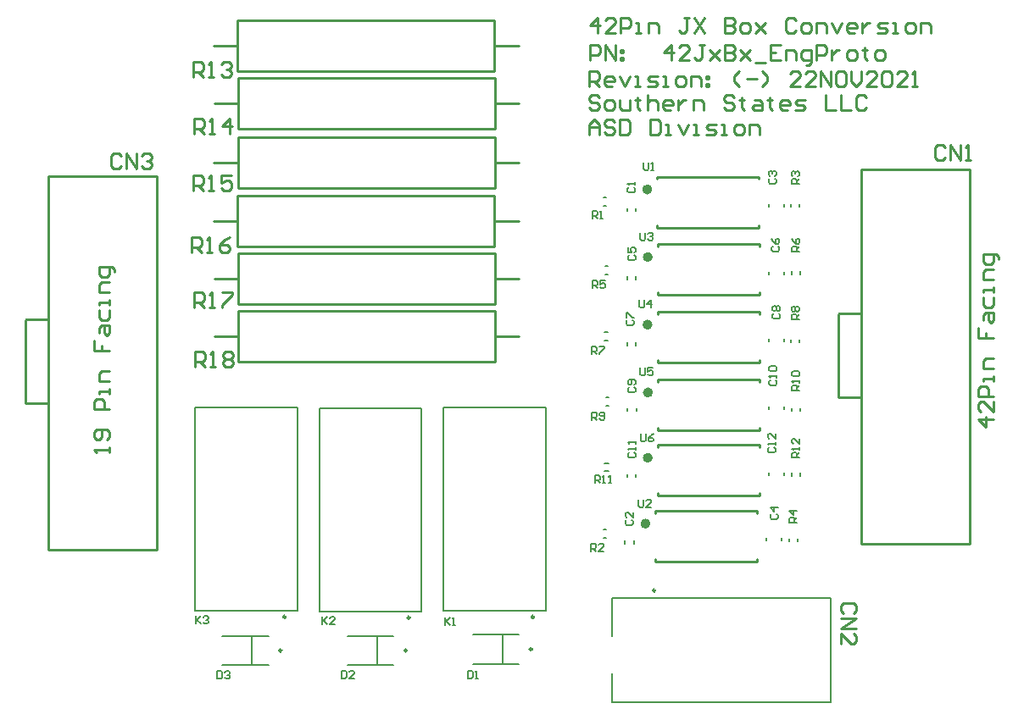
<source format=gto>
G04*
G04 #@! TF.GenerationSoftware,Altium Limited,Altium Designer,21.8.1 (53)*
G04*
G04 Layer_Color=65535*
%FSLAX25Y25*%
%MOIN*%
G70*
G04*
G04 #@! TF.SameCoordinates,729F89BC-3EE5-4BC6-91F8-0038CAF30645*
G04*
G04*
G04 #@! TF.FilePolarity,Positive*
G04*
G01*
G75*
%ADD10C,0.01968*%
%ADD11C,0.00984*%
%ADD12C,0.01000*%
%ADD13C,0.00787*%
%ADD14C,0.00500*%
D10*
X249184Y101000D02*
G03*
X249184Y101000I-984J0D01*
G01*
X249284Y126700D02*
G03*
X249284Y126700I-984J0D01*
G01*
X248284Y75100D02*
G03*
X248284Y75100I-984J0D01*
G01*
X249084Y153400D02*
G03*
X249084Y153400I-984J0D01*
G01*
X249184Y180000D02*
G03*
X249184Y180000I-984J0D01*
G01*
X248984Y206600D02*
G03*
X248984Y206600I-984J0D01*
G01*
D11*
X251236Y48757D02*
G03*
X251236Y48757I-492J0D01*
G01*
X202772Y25700D02*
G03*
X202772Y25700I-492J0D01*
G01*
X203492Y38377D02*
G03*
X203492Y38377I-492J0D01*
G01*
X153522Y25200D02*
G03*
X153522Y25200I-492J0D01*
G01*
X154680Y38125D02*
G03*
X154680Y38125I-492J0D01*
G01*
X104272Y25200D02*
G03*
X104272Y25200I-492J0D01*
G01*
X105867Y38377D02*
G03*
X105867Y38377I-492J0D01*
G01*
D12*
X3900Y155460D02*
X12600D01*
X3600Y155160D02*
X3900Y155460D01*
X3600Y122460D02*
Y155160D01*
Y122460D02*
X12600D01*
X55100Y64780D02*
Y211960D01*
X12600D02*
X55100D01*
X12600Y64780D02*
Y211960D01*
Y64780D02*
X55100D01*
X323600Y157840D02*
X332300D01*
X323300Y157540D02*
X323600Y157840D01*
X323300Y124840D02*
Y157540D01*
Y124840D02*
X332300D01*
X374800Y67160D02*
Y214340D01*
X332300D02*
X374800D01*
X332300Y67160D02*
Y214340D01*
Y67160D02*
X374800D01*
X188100Y138800D02*
Y148800D01*
X87200Y138800D02*
X188100D01*
X87200D02*
Y158800D01*
X188100D01*
Y148800D02*
Y158800D01*
X77700Y148800D02*
X87200D01*
X188100D02*
X197600D01*
X188100Y161400D02*
Y171400D01*
X87200Y161400D02*
X188100D01*
X87200D02*
Y181400D01*
X188100D01*
Y171400D02*
Y181400D01*
X77700Y171400D02*
X87200D01*
X188100D02*
X197600D01*
X187900Y184000D02*
Y194000D01*
X87000Y184000D02*
X187900D01*
X87000D02*
Y204000D01*
X187900D01*
Y194000D02*
Y204000D01*
X77500Y194000D02*
X87000D01*
X187900D02*
X197400D01*
X188100Y230500D02*
Y240500D01*
X87200Y230500D02*
X188100D01*
X87200D02*
Y250500D01*
X188100D01*
Y240500D02*
Y250500D01*
X77700Y240500D02*
X87200D01*
X188100D02*
X197600D01*
X187900Y253200D02*
Y263200D01*
X87000Y253200D02*
X187900D01*
X87000D02*
Y273200D01*
X187900D01*
Y263200D02*
Y273200D01*
X77500Y263200D02*
X87000D01*
X187900D02*
X197400D01*
X188040Y207300D02*
Y217300D01*
X87140Y207300D02*
X188040D01*
X87140D02*
Y227300D01*
X188040D01*
Y217300D02*
Y227300D01*
X77640Y217300D02*
X87140D01*
X188040D02*
X197540D01*
X252140Y105105D02*
Y105940D01*
X252200Y106000D01*
X292139D01*
Y105105D02*
Y106000D01*
Y86061D02*
Y87005D01*
Y86061D02*
X292200Y86000D01*
X252200D02*
X292200D01*
X252140Y86060D02*
X252200Y86000D01*
X252140Y86060D02*
Y87005D01*
X252240Y130805D02*
Y131640D01*
X252300Y131700D01*
X292239D01*
Y130805D02*
Y131700D01*
Y111761D02*
Y112705D01*
Y111761D02*
X292300Y111700D01*
X252300D02*
X292300D01*
X252240Y111760D02*
X252300Y111700D01*
X252240Y111760D02*
Y112705D01*
X251240Y79205D02*
Y80040D01*
X251300Y80100D01*
X291239D01*
Y79205D02*
Y80100D01*
Y60161D02*
Y61105D01*
Y60161D02*
X291300Y60100D01*
X251300D02*
X291300D01*
X251240Y60160D02*
X251300Y60100D01*
X251240Y60160D02*
Y61105D01*
X252040Y157505D02*
Y158340D01*
X252100Y158400D01*
X292039D01*
Y157505D02*
Y158400D01*
Y138461D02*
Y139405D01*
Y138461D02*
X292100Y138400D01*
X252100D02*
X292100D01*
X252040Y138460D02*
X252100Y138400D01*
X252040Y138460D02*
Y139405D01*
X252140Y184105D02*
Y184940D01*
X252200Y185000D01*
X292139D01*
Y184105D02*
Y185000D01*
Y165061D02*
Y166005D01*
Y165061D02*
X292200Y165000D01*
X252200D02*
X292200D01*
X252140Y165060D02*
X252200Y165000D01*
X252140Y165060D02*
Y166005D01*
X251940Y210705D02*
Y211540D01*
X252000Y211600D01*
X291939D01*
Y210705D02*
Y211600D01*
Y191661D02*
Y192605D01*
Y191661D02*
X292000Y191600D01*
X252000D02*
X292000D01*
X251940Y191660D02*
X252000Y191600D01*
X251940Y191660D02*
Y192605D01*
X229099Y242696D02*
X228099Y243696D01*
X226100D01*
X225100Y242696D01*
Y241696D01*
X226100Y240697D01*
X228099D01*
X229099Y239697D01*
Y238697D01*
X228099Y237698D01*
X226100D01*
X225100Y238697D01*
X232098Y237698D02*
X234097D01*
X235097Y238697D01*
Y240697D01*
X234097Y241696D01*
X232098D01*
X231098Y240697D01*
Y238697D01*
X232098Y237698D01*
X237096Y241696D02*
Y238697D01*
X238096Y237698D01*
X241095D01*
Y241696D01*
X244094Y242696D02*
Y241696D01*
X243094D01*
X245093D01*
X244094D01*
Y238697D01*
X245093Y237698D01*
X248093Y243696D02*
Y237698D01*
Y240697D01*
X249092Y241696D01*
X251092D01*
X252091Y240697D01*
Y237698D01*
X257090D02*
X255090D01*
X254091Y238697D01*
Y240697D01*
X255090Y241696D01*
X257090D01*
X258089Y240697D01*
Y239697D01*
X254091D01*
X260089Y241696D02*
Y237698D01*
Y239697D01*
X261088Y240697D01*
X262088Y241696D01*
X263088D01*
X266087Y237698D02*
Y241696D01*
X269086D01*
X270085Y240697D01*
Y237698D01*
X282082Y242696D02*
X281082Y243696D01*
X279082D01*
X278083Y242696D01*
Y241696D01*
X279082Y240697D01*
X281082D01*
X282082Y239697D01*
Y238697D01*
X281082Y237698D01*
X279082D01*
X278083Y238697D01*
X285081Y242696D02*
Y241696D01*
X284081D01*
X286080D01*
X285081D01*
Y238697D01*
X286080Y237698D01*
X290079Y241696D02*
X292078D01*
X293078Y240697D01*
Y237698D01*
X290079D01*
X289079Y238697D01*
X290079Y239697D01*
X293078D01*
X296077Y242696D02*
Y241696D01*
X295077D01*
X297077D01*
X296077D01*
Y238697D01*
X297077Y237698D01*
X303075D02*
X301075D01*
X300076Y238697D01*
Y240697D01*
X301075Y241696D01*
X303075D01*
X304074Y240697D01*
Y239697D01*
X300076D01*
X306074Y237698D02*
X309073D01*
X310072Y238697D01*
X309073Y239697D01*
X307073D01*
X306074Y240697D01*
X307073Y241696D01*
X310072D01*
X318070Y243696D02*
Y237698D01*
X322069D01*
X324068Y243696D02*
Y237698D01*
X328067D01*
X334065Y242696D02*
X333065Y243696D01*
X331066D01*
X330066Y242696D01*
Y238697D01*
X331066Y237698D01*
X333065D01*
X334065Y238697D01*
X225100Y228100D02*
Y232099D01*
X227099Y234098D01*
X229099Y232099D01*
Y228100D01*
Y231099D01*
X225100D01*
X235097Y233098D02*
X234097Y234098D01*
X232098D01*
X231098Y233098D01*
Y232099D01*
X232098Y231099D01*
X234097D01*
X235097Y230099D01*
Y229100D01*
X234097Y228100D01*
X232098D01*
X231098Y229100D01*
X237096Y234098D02*
Y228100D01*
X240095D01*
X241095Y229100D01*
Y233098D01*
X240095Y234098D01*
X237096D01*
X249092D02*
Y228100D01*
X252091D01*
X253091Y229100D01*
Y233098D01*
X252091Y234098D01*
X249092D01*
X255090Y228100D02*
X257090D01*
X256090D01*
Y232099D01*
X255090D01*
X260089D02*
X262088Y228100D01*
X264087Y232099D01*
X266087Y228100D02*
X268086D01*
X267086D01*
Y232099D01*
X266087D01*
X271085Y228100D02*
X274084D01*
X275084Y229100D01*
X274084Y230099D01*
X272085D01*
X271085Y231099D01*
X272085Y232099D01*
X275084D01*
X277083Y228100D02*
X279082D01*
X278083D01*
Y232099D01*
X277083D01*
X283081Y228100D02*
X285081D01*
X286080Y229100D01*
Y231099D01*
X285081Y232099D01*
X283081D01*
X282082Y231099D01*
Y229100D01*
X283081Y228100D01*
X288080D02*
Y232099D01*
X291079D01*
X292078Y231099D01*
Y228100D01*
X225200Y247100D02*
Y253098D01*
X228199D01*
X229199Y252098D01*
Y250099D01*
X228199Y249099D01*
X225200D01*
X227199D02*
X229199Y247100D01*
X234197D02*
X232198D01*
X231198Y248100D01*
Y250099D01*
X232198Y251099D01*
X234197D01*
X235197Y250099D01*
Y249099D01*
X231198D01*
X237196Y251099D02*
X239195Y247100D01*
X241195Y251099D01*
X243194Y247100D02*
X245194D01*
X244194D01*
Y251099D01*
X243194D01*
X248193Y247100D02*
X251192D01*
X252191Y248100D01*
X251192Y249099D01*
X249192D01*
X248193Y250099D01*
X249192Y251099D01*
X252191D01*
X254191Y247100D02*
X256190D01*
X255190D01*
Y251099D01*
X254191D01*
X260189Y247100D02*
X262188D01*
X263188Y248100D01*
Y250099D01*
X262188Y251099D01*
X260189D01*
X259189Y250099D01*
Y248100D01*
X260189Y247100D01*
X265187D02*
Y251099D01*
X268186D01*
X269186Y250099D01*
Y247100D01*
X271185Y251099D02*
X272185D01*
Y250099D01*
X271185D01*
Y251099D01*
Y248100D02*
X272185D01*
Y247100D01*
X271185D01*
Y248100D01*
X284181Y247100D02*
X282182Y249099D01*
Y251099D01*
X284181Y253098D01*
X287180Y250099D02*
X291179D01*
X293178Y247100D02*
X295177Y249099D01*
Y251099D01*
X293178Y253098D01*
X308173Y247100D02*
X304174D01*
X308173Y251099D01*
Y252098D01*
X307173Y253098D01*
X305174D01*
X304174Y252098D01*
X314171Y247100D02*
X310173D01*
X314171Y251099D01*
Y252098D01*
X313172Y253098D01*
X311172D01*
X310173Y252098D01*
X316171Y247100D02*
Y253098D01*
X320169Y247100D01*
Y253098D01*
X325168D02*
X323168D01*
X322169Y252098D01*
Y248100D01*
X323168Y247100D01*
X325168D01*
X326167Y248100D01*
Y252098D01*
X325168Y253098D01*
X328167D02*
Y249099D01*
X330166Y247100D01*
X332165Y249099D01*
Y253098D01*
X338163Y247100D02*
X334165D01*
X338163Y251099D01*
Y252098D01*
X337164Y253098D01*
X335164D01*
X334165Y252098D01*
X340163D02*
X341162Y253098D01*
X343162D01*
X344162Y252098D01*
Y248100D01*
X343162Y247100D01*
X341162D01*
X340163Y248100D01*
Y252098D01*
X350160Y247100D02*
X346161D01*
X350160Y251099D01*
Y252098D01*
X349160Y253098D01*
X347161D01*
X346161Y252098D01*
X352159Y247100D02*
X354158D01*
X353159D01*
Y253098D01*
X352159Y252098D01*
X225600Y257400D02*
Y263398D01*
X228599D01*
X229599Y262398D01*
Y260399D01*
X228599Y259399D01*
X225600D01*
X231598Y257400D02*
Y263398D01*
X235597Y257400D01*
Y263398D01*
X237596Y261399D02*
X238596D01*
Y260399D01*
X237596D01*
Y261399D01*
Y258400D02*
X238596D01*
Y257400D01*
X237596D01*
Y258400D01*
X257590Y257400D02*
Y263398D01*
X254591Y260399D01*
X258589D01*
X264587Y257400D02*
X260589D01*
X264587Y261399D01*
Y262398D01*
X263588Y263398D01*
X261588D01*
X260589Y262398D01*
X270585Y263398D02*
X268586D01*
X269586D01*
Y258400D01*
X268586Y257400D01*
X267586D01*
X266587Y258400D01*
X272585Y261399D02*
X276584Y257400D01*
X274584Y259399D01*
X276584Y261399D01*
X272585Y257400D01*
X278583Y263398D02*
Y257400D01*
X281582D01*
X282582Y258400D01*
Y259399D01*
X281582Y260399D01*
X278583D01*
X281582D01*
X282582Y261399D01*
Y262398D01*
X281582Y263398D01*
X278583D01*
X284581Y261399D02*
X288580Y257400D01*
X286580Y259399D01*
X288580Y261399D01*
X284581Y257400D01*
X290579Y256400D02*
X294578D01*
X300576Y263398D02*
X296577D01*
Y257400D01*
X300576D01*
X296577Y260399D02*
X298576D01*
X302575Y257400D02*
Y261399D01*
X305574D01*
X306574Y260399D01*
Y257400D01*
X310573Y255401D02*
X311572D01*
X312572Y256400D01*
Y261399D01*
X309573D01*
X308573Y260399D01*
Y258400D01*
X309573Y257400D01*
X312572D01*
X314571D02*
Y263398D01*
X317570D01*
X318570Y262398D01*
Y260399D01*
X317570Y259399D01*
X314571D01*
X320569Y261399D02*
Y257400D01*
Y259399D01*
X321569Y260399D01*
X322569Y261399D01*
X323568D01*
X327567Y257400D02*
X329566D01*
X330566Y258400D01*
Y260399D01*
X329566Y261399D01*
X327567D01*
X326567Y260399D01*
Y258400D01*
X327567Y257400D01*
X333565Y262398D02*
Y261399D01*
X332565D01*
X334565D01*
X333565D01*
Y258400D01*
X334565Y257400D01*
X338563D02*
X340563D01*
X341563Y258400D01*
Y260399D01*
X340563Y261399D01*
X338563D01*
X337564Y260399D01*
Y258400D01*
X338563Y257400D01*
X228399Y268000D02*
Y273998D01*
X225400Y270999D01*
X229399D01*
X235397Y268000D02*
X231398D01*
X235397Y271999D01*
Y272998D01*
X234397Y273998D01*
X232398D01*
X231398Y272998D01*
X237396Y268000D02*
Y273998D01*
X240395D01*
X241395Y272998D01*
Y270999D01*
X240395Y269999D01*
X237396D01*
X243394Y268000D02*
X245393D01*
X244394D01*
Y271999D01*
X243394D01*
X248393Y268000D02*
Y271999D01*
X251392D01*
X252391Y270999D01*
Y268000D01*
X264387Y273998D02*
X262388D01*
X263388D01*
Y269000D01*
X262388Y268000D01*
X261388D01*
X260389Y269000D01*
X266387Y273998D02*
X270385Y268000D01*
Y273998D02*
X266387Y268000D01*
X278383Y273998D02*
Y268000D01*
X281382D01*
X282382Y269000D01*
Y269999D01*
X281382Y270999D01*
X278383D01*
X281382D01*
X282382Y271999D01*
Y272998D01*
X281382Y273998D01*
X278383D01*
X285381Y268000D02*
X287380D01*
X288380Y269000D01*
Y270999D01*
X287380Y271999D01*
X285381D01*
X284381Y270999D01*
Y269000D01*
X285381Y268000D01*
X290379Y271999D02*
X294378Y268000D01*
X292378Y269999D01*
X294378Y271999D01*
X290379Y268000D01*
X306374Y272998D02*
X305374Y273998D01*
X303375D01*
X302375Y272998D01*
Y269000D01*
X303375Y268000D01*
X305374D01*
X306374Y269000D01*
X309373Y268000D02*
X311372D01*
X312372Y269000D01*
Y270999D01*
X311372Y271999D01*
X309373D01*
X308373Y270999D01*
Y269000D01*
X309373Y268000D01*
X314371D02*
Y271999D01*
X317370D01*
X318370Y270999D01*
Y268000D01*
X320369Y271999D02*
X322369Y268000D01*
X324368Y271999D01*
X329366Y268000D02*
X327367D01*
X326367Y269000D01*
Y270999D01*
X327367Y271999D01*
X329366D01*
X330366Y270999D01*
Y269999D01*
X326367D01*
X332365Y271999D02*
Y268000D01*
Y269999D01*
X333365Y270999D01*
X334365Y271999D01*
X335364D01*
X338364Y268000D02*
X341363D01*
X342362Y269000D01*
X341363Y269999D01*
X339363D01*
X338364Y270999D01*
X339363Y271999D01*
X342362D01*
X344361Y268000D02*
X346361D01*
X345361D01*
Y271999D01*
X344361D01*
X350360Y268000D02*
X352359D01*
X353359Y269000D01*
Y270999D01*
X352359Y271999D01*
X350360D01*
X349360Y270999D01*
Y269000D01*
X350360Y268000D01*
X355358D02*
Y271999D01*
X358357D01*
X359357Y270999D01*
Y268000D01*
X384300Y116199D02*
X378302D01*
X381301Y113200D01*
Y117199D01*
X384300Y123197D02*
Y119198D01*
X380301Y123197D01*
X379302D01*
X378302Y122197D01*
Y120198D01*
X379302Y119198D01*
X384300Y125196D02*
X378302D01*
Y128195D01*
X379302Y129195D01*
X381301D01*
X382301Y128195D01*
Y125196D01*
X384300Y131194D02*
Y133194D01*
Y132194D01*
X380301D01*
Y131194D01*
X384300Y136193D02*
X380301D01*
Y139192D01*
X381301Y140191D01*
X384300D01*
X378302Y152187D02*
Y148189D01*
X381301D01*
Y150188D01*
Y148189D01*
X384300D01*
X380301Y155186D02*
Y157186D01*
X381301Y158185D01*
X384300D01*
Y155186D01*
X383300Y154187D01*
X382301Y155186D01*
Y158185D01*
X380301Y164183D02*
Y161185D01*
X381301Y160185D01*
X383300D01*
X384300Y161185D01*
Y164183D01*
Y166183D02*
Y168182D01*
Y167183D01*
X380301D01*
Y166183D01*
X384300Y171181D02*
X380301D01*
Y174180D01*
X381301Y175180D01*
X384300D01*
X386299Y179179D02*
Y180178D01*
X385300Y181178D01*
X380301D01*
Y178179D01*
X381301Y177179D01*
X383300D01*
X384300Y178179D01*
Y181178D01*
X36600Y103100D02*
Y105099D01*
Y104100D01*
X30602D01*
X31602Y103100D01*
X35600Y108098D02*
X36600Y109098D01*
Y111097D01*
X35600Y112097D01*
X31602D01*
X30602Y111097D01*
Y109098D01*
X31602Y108098D01*
X32601D01*
X33601Y109098D01*
Y112097D01*
X36600Y120095D02*
X30602D01*
Y123093D01*
X31602Y124093D01*
X33601D01*
X34601Y123093D01*
Y120095D01*
X36600Y126093D02*
Y128092D01*
Y127092D01*
X32601D01*
Y126093D01*
X36600Y131091D02*
X32601D01*
Y134090D01*
X33601Y135090D01*
X36600D01*
X30602Y147086D02*
Y143087D01*
X33601D01*
Y145086D01*
Y143087D01*
X36600D01*
X32601Y150085D02*
Y152084D01*
X33601Y153084D01*
X36600D01*
Y150085D01*
X35600Y149085D01*
X34601Y150085D01*
Y153084D01*
X32601Y159082D02*
Y156083D01*
X33601Y155083D01*
X35600D01*
X36600Y156083D01*
Y159082D01*
Y161081D02*
Y163081D01*
Y162081D01*
X32601D01*
Y161081D01*
X36600Y166080D02*
X32601D01*
Y169079D01*
X33601Y170078D01*
X36600D01*
X38599Y174077D02*
Y175077D01*
X37600Y176076D01*
X32601D01*
Y173077D01*
X33601Y172078D01*
X35600D01*
X36600Y173077D01*
Y176076D01*
X41199Y219798D02*
X40199Y220798D01*
X38200D01*
X37200Y219798D01*
Y215800D01*
X38200Y214800D01*
X40199D01*
X41199Y215800D01*
X43198Y214800D02*
Y220798D01*
X47197Y214800D01*
Y220798D01*
X49196Y219798D02*
X50196Y220798D01*
X52195D01*
X53195Y219798D01*
Y218799D01*
X52195Y217799D01*
X51196D01*
X52195D01*
X53195Y216799D01*
Y215800D01*
X52195Y214800D01*
X50196D01*
X49196Y215800D01*
X365099Y222998D02*
X364099Y223998D01*
X362100D01*
X361100Y222998D01*
Y219000D01*
X362100Y218000D01*
X364099D01*
X365099Y219000D01*
X367098Y218000D02*
Y223998D01*
X371097Y218000D01*
Y223998D01*
X373096Y218000D02*
X375096D01*
X374096D01*
Y223998D01*
X373096Y222998D01*
X69400Y206100D02*
Y212098D01*
X72399D01*
X73399Y211098D01*
Y209099D01*
X72399Y208099D01*
X69400D01*
X71399D02*
X73399Y206100D01*
X75398D02*
X77397D01*
X76398D01*
Y212098D01*
X75398Y211098D01*
X84395Y212098D02*
X80396D01*
Y209099D01*
X82396Y210099D01*
X83395D01*
X84395Y209099D01*
Y207100D01*
X83395Y206100D01*
X81396D01*
X80396Y207100D01*
X70100Y136700D02*
Y142698D01*
X73099D01*
X74099Y141698D01*
Y139699D01*
X73099Y138699D01*
X70100D01*
X72099D02*
X74099Y136700D01*
X76098D02*
X78097D01*
X77098D01*
Y142698D01*
X76098Y141698D01*
X81096D02*
X82096Y142698D01*
X84096D01*
X85095Y141698D01*
Y140699D01*
X84096Y139699D01*
X85095Y138699D01*
Y137700D01*
X84096Y136700D01*
X82096D01*
X81096Y137700D01*
Y138699D01*
X82096Y139699D01*
X81096Y140699D01*
Y141698D01*
X82096Y139699D02*
X84096D01*
X69700Y228400D02*
Y234398D01*
X72699D01*
X73699Y233398D01*
Y231399D01*
X72699Y230399D01*
X69700D01*
X71699D02*
X73699Y228400D01*
X75698D02*
X77697D01*
X76698D01*
Y234398D01*
X75698Y233398D01*
X83696Y228400D02*
Y234398D01*
X80696Y231399D01*
X84695D01*
X69000Y181800D02*
Y187798D01*
X71999D01*
X72999Y186798D01*
Y184799D01*
X71999Y183799D01*
X69000D01*
X70999D02*
X72999Y181800D01*
X74998D02*
X76997D01*
X75998D01*
Y187798D01*
X74998Y186798D01*
X83995Y187798D02*
X81996Y186798D01*
X79996Y184799D01*
Y182800D01*
X80996Y181800D01*
X82995D01*
X83995Y182800D01*
Y183799D01*
X82995Y184799D01*
X79996D01*
X69900Y160200D02*
Y166198D01*
X72899D01*
X73899Y165198D01*
Y163199D01*
X72899Y162199D01*
X69900D01*
X71899D02*
X73899Y160200D01*
X75898D02*
X77897D01*
X76898D01*
Y166198D01*
X75898Y165198D01*
X80896Y166198D02*
X84895D01*
Y165198D01*
X80896Y161200D01*
Y160200D01*
X69500Y250900D02*
Y256898D01*
X72499D01*
X73499Y255898D01*
Y253899D01*
X72499Y252899D01*
X69500D01*
X71499D02*
X73499Y250900D01*
X75498D02*
X77497D01*
X76498D01*
Y256898D01*
X75498Y255898D01*
X80496D02*
X81496Y256898D01*
X83495D01*
X84495Y255898D01*
Y254899D01*
X83495Y253899D01*
X82496D01*
X83495D01*
X84495Y252899D01*
Y251900D01*
X83495Y250900D01*
X81496D01*
X80496Y251900D01*
X329120Y39833D02*
X330120Y40833D01*
Y42832D01*
X329120Y43832D01*
X325122D01*
X324122Y42832D01*
Y40833D01*
X325122Y39833D01*
X324122Y37833D02*
X330120D01*
X324122Y33835D01*
X330120D01*
X324122Y27837D02*
Y31835D01*
X328121Y27837D01*
X329120D01*
X330120Y28837D01*
Y30836D01*
X329120Y31835D01*
D13*
X231113Y98678D02*
X232687D01*
X231113Y95922D02*
X232687D01*
X307873Y199709D02*
Y200891D01*
X304527Y199709D02*
Y200891D01*
X308073Y93809D02*
Y94991D01*
X304727Y93809D02*
Y94991D01*
X243573Y93409D02*
Y94591D01*
X240227Y93409D02*
Y94591D01*
X308173Y119409D02*
Y120591D01*
X304827Y119409D02*
Y120591D01*
X231709Y121427D02*
X232891D01*
X231709Y124773D02*
X232891D01*
X243673Y119409D02*
Y120591D01*
X240327Y119409D02*
Y120591D01*
X307173Y68009D02*
Y69191D01*
X303827Y68009D02*
Y69191D01*
X230809Y69327D02*
X231991D01*
X230809Y72673D02*
X231991D01*
X242673Y67209D02*
Y68391D01*
X239327Y67209D02*
Y68391D01*
X307973Y146409D02*
Y147591D01*
X304627Y146409D02*
Y147591D01*
X231209Y147227D02*
X232391D01*
X231209Y150573D02*
X232391D01*
X243473Y145209D02*
Y146391D01*
X240127Y145209D02*
Y146391D01*
X308073Y173209D02*
Y174391D01*
X304727Y173209D02*
Y174391D01*
X231409Y173027D02*
X232591D01*
X231409Y176373D02*
X232591D01*
X243573Y171209D02*
Y172391D01*
X240227Y171209D02*
Y172391D01*
X230809Y200127D02*
X231991D01*
X230809Y203473D02*
X231991D01*
X243373Y198109D02*
Y199291D01*
X240027Y198109D02*
Y199291D01*
X320232Y4957D02*
Y45706D01*
X234012D02*
X320232D01*
X234012Y4957D02*
Y16080D01*
Y30843D02*
Y45706D01*
Y4957D02*
X320232D01*
X191157Y20385D02*
Y31015D01*
X197555Y19952D02*
Y19974D01*
Y31426D02*
Y31448D01*
X179445D02*
X197555D01*
X179445Y19952D02*
Y19974D01*
Y31426D02*
Y31448D01*
Y19952D02*
X197555D01*
X167921Y40739D02*
X208079D01*
Y120661D01*
X167921D02*
X208079D01*
X167921Y40739D02*
Y120661D01*
X141907Y19885D02*
Y30515D01*
X148305Y19452D02*
Y19474D01*
Y30926D02*
Y30948D01*
X130195D02*
X148305D01*
X130195Y19452D02*
Y19474D01*
Y30926D02*
Y30948D01*
Y19452D02*
X148305D01*
X119109Y40487D02*
X159266D01*
Y120409D01*
X119109D02*
X159266D01*
X119109Y40487D02*
Y120409D01*
X92657Y19885D02*
Y30515D01*
X99055Y19452D02*
Y19474D01*
Y30926D02*
Y30948D01*
X80945D02*
X99055D01*
X80945Y19452D02*
Y19474D01*
Y30926D02*
Y30948D01*
Y19452D02*
X99055D01*
X70296Y40739D02*
X110454D01*
Y120661D01*
X70296D02*
X110454D01*
X70296Y40739D02*
Y120661D01*
D14*
X295900Y94300D02*
Y95300D01*
X301900Y94300D02*
Y95300D01*
X296000Y120000D02*
Y121000D01*
X302000Y120000D02*
Y121000D01*
X295000Y68400D02*
Y69400D01*
X301000Y68400D02*
Y69400D01*
X295800Y146700D02*
Y147700D01*
X301800Y146700D02*
Y147700D01*
X295900Y173300D02*
Y174300D01*
X301900Y173300D02*
Y174300D01*
X295700Y199900D02*
Y200900D01*
X301700Y199900D02*
Y200900D01*
X227400Y91100D02*
Y94099D01*
X228900D01*
X229399Y93599D01*
Y92599D01*
X228900Y92100D01*
X227400D01*
X228400D02*
X229399Y91100D01*
X230399D02*
X231399D01*
X230899D01*
Y94099D01*
X230399Y93599D01*
X232898Y91100D02*
X233898D01*
X233398D01*
Y94099D01*
X232898Y93599D01*
X307700Y208800D02*
X304701D01*
Y210299D01*
X305201Y210799D01*
X306201D01*
X306700Y210299D01*
Y208800D01*
Y209800D02*
X307700Y210799D01*
X305201Y211799D02*
X304701Y212299D01*
Y213299D01*
X305201Y213798D01*
X305701D01*
X306201Y213299D01*
Y212799D01*
Y213299D01*
X306700Y213798D01*
X307200D01*
X307700Y213299D01*
Y212299D01*
X307200Y211799D01*
X296001Y104999D02*
X295501Y104499D01*
Y103500D01*
X296001Y103000D01*
X298000D01*
X298500Y103500D01*
Y104499D01*
X298000Y104999D01*
X298500Y105999D02*
Y106999D01*
Y106499D01*
X295501D01*
X296001Y105999D01*
X298500Y110498D02*
Y108498D01*
X296501Y110498D01*
X296001D01*
X295501Y109998D01*
Y108998D01*
X296001Y108498D01*
X307900Y101100D02*
X304901D01*
Y102600D01*
X305401Y103099D01*
X306400D01*
X306900Y102600D01*
Y101100D01*
Y102100D02*
X307900Y103099D01*
Y104099D02*
Y105099D01*
Y104599D01*
X304901D01*
X305401Y104099D01*
X307900Y108598D02*
Y106598D01*
X305901Y108598D01*
X305401D01*
X304901Y108098D01*
Y107098D01*
X305401Y106598D01*
X245500Y110399D02*
Y107900D01*
X246000Y107400D01*
X247000D01*
X247499Y107900D01*
Y110399D01*
X250498D02*
X249499Y109899D01*
X248499Y108899D01*
Y107900D01*
X248999Y107400D01*
X249998D01*
X250498Y107900D01*
Y108400D01*
X249998Y108899D01*
X248499D01*
X240901Y102999D02*
X240401Y102499D01*
Y101500D01*
X240901Y101000D01*
X242900D01*
X243400Y101500D01*
Y102499D01*
X242900Y102999D01*
X243400Y103999D02*
Y104999D01*
Y104499D01*
X240401D01*
X240901Y103999D01*
X243400Y106498D02*
Y107498D01*
Y106998D01*
X240401D01*
X240901Y106498D01*
X308000Y127500D02*
X305001D01*
Y128999D01*
X305501Y129499D01*
X306501D01*
X307000Y128999D01*
Y127500D01*
Y128500D02*
X308000Y129499D01*
Y130499D02*
Y131499D01*
Y130999D01*
X305001D01*
X305501Y130499D01*
Y132998D02*
X305001Y133498D01*
Y134498D01*
X305501Y134998D01*
X307500D01*
X308000Y134498D01*
Y133498D01*
X307500Y132998D01*
X305501D01*
X296501Y131499D02*
X296001Y131000D01*
Y130000D01*
X296501Y129500D01*
X298500D01*
X299000Y130000D01*
Y131000D01*
X298500Y131499D01*
X299000Y132499D02*
Y133499D01*
Y132999D01*
X296001D01*
X296501Y132499D01*
Y134998D02*
X296001Y135498D01*
Y136498D01*
X296501Y136998D01*
X298500D01*
X299000Y136498D01*
Y135498D01*
X298500Y134998D01*
X296501D01*
X226300Y115900D02*
Y118899D01*
X227800D01*
X228299Y118399D01*
Y117400D01*
X227800Y116900D01*
X226300D01*
X227300D02*
X228299Y115900D01*
X229299Y116400D02*
X229799Y115900D01*
X230799D01*
X231298Y116400D01*
Y118399D01*
X230799Y118899D01*
X229799D01*
X229299Y118399D01*
Y117899D01*
X229799Y117400D01*
X231298D01*
X245300Y136399D02*
Y133900D01*
X245800Y133400D01*
X246799D01*
X247299Y133900D01*
Y136399D01*
X250298D02*
X248299D01*
Y134899D01*
X249299Y135399D01*
X249798D01*
X250298Y134899D01*
Y133900D01*
X249798Y133400D01*
X248799D01*
X248299Y133900D01*
X241001Y128699D02*
X240501Y128200D01*
Y127200D01*
X241001Y126700D01*
X243000D01*
X243500Y127200D01*
Y128200D01*
X243000Y128699D01*
Y129699D02*
X243500Y130199D01*
Y131199D01*
X243000Y131698D01*
X241001D01*
X240501Y131199D01*
Y130199D01*
X241001Y129699D01*
X241501D01*
X242001Y130199D01*
Y131698D01*
X307000Y75600D02*
X304001D01*
Y77100D01*
X304501Y77599D01*
X305501D01*
X306000Y77100D01*
Y75600D01*
Y76600D02*
X307000Y77599D01*
Y80099D02*
X304001D01*
X305501Y78599D01*
Y80598D01*
X297001Y78899D02*
X296501Y78399D01*
Y77400D01*
X297001Y76900D01*
X299000D01*
X299500Y77400D01*
Y78399D01*
X299000Y78899D01*
X299500Y81399D02*
X296501D01*
X298001Y79899D01*
Y81898D01*
X226000Y64200D02*
Y67199D01*
X227500D01*
X227999Y66699D01*
Y65699D01*
X227500Y65200D01*
X226000D01*
X227000D02*
X227999Y64200D01*
X230998D02*
X228999D01*
X230998Y66199D01*
Y66699D01*
X230499Y67199D01*
X229499D01*
X228999Y66699D01*
X244600Y84499D02*
Y82000D01*
X245100Y81500D01*
X246099D01*
X246599Y82000D01*
Y84499D01*
X249598Y81500D02*
X247599D01*
X249598Y83499D01*
Y83999D01*
X249098Y84499D01*
X248099D01*
X247599Y83999D01*
X240001Y76499D02*
X239501Y75999D01*
Y75000D01*
X240001Y74500D01*
X242000D01*
X242500Y75000D01*
Y75999D01*
X242000Y76499D01*
X242500Y79498D02*
Y77499D01*
X240501Y79498D01*
X240001D01*
X239501Y78999D01*
Y77999D01*
X240001Y77499D01*
X307800Y155500D02*
X304801D01*
Y157000D01*
X305301Y157499D01*
X306300D01*
X306800Y157000D01*
Y155500D01*
Y156500D02*
X307800Y157499D01*
X305301Y158499D02*
X304801Y158999D01*
Y159999D01*
X305301Y160498D01*
X305801D01*
X306300Y159999D01*
X306800Y160498D01*
X307300D01*
X307800Y159999D01*
Y158999D01*
X307300Y158499D01*
X306800D01*
X306300Y158999D01*
X305801Y158499D01*
X305301D01*
X306300Y158999D02*
Y159999D01*
X297801Y157699D02*
X297301Y157200D01*
Y156200D01*
X297801Y155700D01*
X299800D01*
X300300Y156200D01*
Y157200D01*
X299800Y157699D01*
X297801Y158699D02*
X297301Y159199D01*
Y160199D01*
X297801Y160698D01*
X298301D01*
X298800Y160199D01*
X299300Y160698D01*
X299800D01*
X300300Y160199D01*
Y159199D01*
X299800Y158699D01*
X299300D01*
X298800Y159199D01*
X298301Y158699D01*
X297801D01*
X298800Y159199D02*
Y160199D01*
X226100Y141800D02*
Y144799D01*
X227600D01*
X228099Y144299D01*
Y143299D01*
X227600Y142800D01*
X226100D01*
X227100D02*
X228099Y141800D01*
X229099Y144799D02*
X231098D01*
Y144299D01*
X229099Y142300D01*
Y141800D01*
X245000Y162999D02*
Y160500D01*
X245500Y160000D01*
X246499D01*
X246999Y160500D01*
Y162999D01*
X249499Y160000D02*
Y162999D01*
X247999Y161500D01*
X249998D01*
X240301Y155299D02*
X239801Y154799D01*
Y153800D01*
X240301Y153300D01*
X242300D01*
X242800Y153800D01*
Y154799D01*
X242300Y155299D01*
X239801Y156299D02*
Y158298D01*
X240301D01*
X242300Y156299D01*
X242800D01*
X307900Y182300D02*
X304901D01*
Y183800D01*
X305401Y184299D01*
X306400D01*
X306900Y183800D01*
Y182300D01*
Y183300D02*
X307900Y184299D01*
X304901Y187298D02*
X305401Y186299D01*
X306400Y185299D01*
X307400D01*
X307900Y185799D01*
Y186799D01*
X307400Y187298D01*
X306900D01*
X306400Y186799D01*
Y185299D01*
X297401Y184299D02*
X296901Y183800D01*
Y182800D01*
X297401Y182300D01*
X299400D01*
X299900Y182800D01*
Y183800D01*
X299400Y184299D01*
X296901Y187298D02*
X297401Y186299D01*
X298400Y185299D01*
X299400D01*
X299900Y185799D01*
Y186799D01*
X299400Y187298D01*
X298900D01*
X298400Y186799D01*
Y185299D01*
X226400Y167700D02*
Y170699D01*
X227900D01*
X228399Y170199D01*
Y169200D01*
X227900Y168700D01*
X226400D01*
X227400D02*
X228399Y167700D01*
X231398Y170699D02*
X229399D01*
Y169200D01*
X230399Y169699D01*
X230898D01*
X231398Y169200D01*
Y168200D01*
X230898Y167700D01*
X229899D01*
X229399Y168200D01*
X245300Y189599D02*
Y187100D01*
X245800Y186600D01*
X246799D01*
X247299Y187100D01*
Y189599D01*
X248299Y189099D02*
X248799Y189599D01*
X249798D01*
X250298Y189099D01*
Y188599D01*
X249798Y188100D01*
X249299D01*
X249798D01*
X250298Y187600D01*
Y187100D01*
X249798Y186600D01*
X248799D01*
X248299Y187100D01*
X240901Y180799D02*
X240401Y180299D01*
Y179300D01*
X240901Y178800D01*
X242900D01*
X243400Y179300D01*
Y180299D01*
X242900Y180799D01*
X240401Y183798D02*
Y181799D01*
X241900D01*
X241401Y182799D01*
Y183299D01*
X241900Y183798D01*
X242900D01*
X243400Y183299D01*
Y182299D01*
X242900Y181799D01*
X296201Y210899D02*
X295701Y210400D01*
Y209400D01*
X296201Y208900D01*
X298200D01*
X298700Y209400D01*
Y210400D01*
X298200Y210899D01*
X296201Y211899D02*
X295701Y212399D01*
Y213399D01*
X296201Y213898D01*
X296701D01*
X297200Y213399D01*
Y212899D01*
Y213399D01*
X297700Y213898D01*
X298200D01*
X298700Y213399D01*
Y212399D01*
X298200Y211899D01*
X226400Y195200D02*
Y198199D01*
X227900D01*
X228399Y197699D01*
Y196700D01*
X227900Y196200D01*
X226400D01*
X227400D02*
X228399Y195200D01*
X229399D02*
X230399D01*
X229899D01*
Y198199D01*
X229399Y197699D01*
X246600Y217299D02*
Y214800D01*
X247100Y214300D01*
X248099D01*
X248599Y214800D01*
Y217299D01*
X249599Y214300D02*
X250599D01*
X250099D01*
Y217299D01*
X249599Y216799D01*
X240701Y207399D02*
X240201Y206899D01*
Y205900D01*
X240701Y205400D01*
X242700D01*
X243200Y205900D01*
Y206899D01*
X242700Y207399D01*
X243200Y208399D02*
Y209399D01*
Y208899D01*
X240201D01*
X240701Y208399D01*
X177500Y17299D02*
Y14300D01*
X178999D01*
X179499Y14800D01*
Y16799D01*
X178999Y17299D01*
X177500D01*
X180499Y14300D02*
X181499D01*
X180999D01*
Y17299D01*
X180499Y16799D01*
X168500Y38199D02*
Y35200D01*
Y36200D01*
X170499Y38199D01*
X169000Y36700D01*
X170499Y35200D01*
X171499D02*
X172499D01*
X171999D01*
Y38199D01*
X171499Y37699D01*
X127700Y17199D02*
Y14200D01*
X129200D01*
X129699Y14700D01*
Y16699D01*
X129200Y17199D01*
X127700D01*
X132698Y14200D02*
X130699D01*
X132698Y16199D01*
Y16699D01*
X132199Y17199D01*
X131199D01*
X130699Y16699D01*
X120187Y38447D02*
Y35448D01*
Y36448D01*
X122187Y38447D01*
X120687Y36948D01*
X122187Y35448D01*
X125186D02*
X123187D01*
X125186Y37447D01*
Y37947D01*
X124686Y38447D01*
X123686D01*
X123187Y37947D01*
X79000Y16999D02*
Y14000D01*
X80500D01*
X80999Y14500D01*
Y16499D01*
X80500Y16999D01*
X79000D01*
X81999Y16499D02*
X82499Y16999D01*
X83499D01*
X83998Y16499D01*
Y15999D01*
X83499Y15499D01*
X82999D01*
X83499D01*
X83998Y15000D01*
Y14500D01*
X83499Y14000D01*
X82499D01*
X81999Y14500D01*
X70375Y38699D02*
Y35700D01*
Y36700D01*
X72374Y38699D01*
X70875Y37200D01*
X72374Y35700D01*
X73374Y38199D02*
X73874Y38699D01*
X74874D01*
X75373Y38199D01*
Y37699D01*
X74874Y37200D01*
X74374D01*
X74874D01*
X75373Y36700D01*
Y36200D01*
X74874Y35700D01*
X73874D01*
X73374Y36200D01*
M02*

</source>
